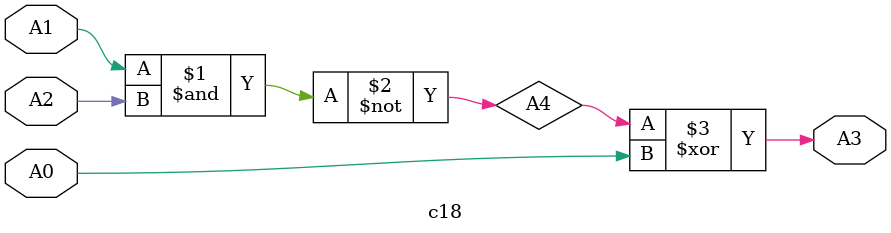
<source format=v>

module c17 (N1,N2,N3,N6,N7,N22,N23);

   input N1,N2,N3,N6,N7;

   output N22,N23;

   wire   N10,N11,N16,N19;

   nand NAND2_1 (N10, N1, N3);
   nand NAND2_2 (N11, N3, N6);
   nand NAND2_3 (N16, N2, N11);
   c18 SUB_0 (N19, N11, N7);
   nand NAND2_5 (N22, N10, N16, N19);
   c18 NAND2_6 (N23, N16, N19, N22);

endmodule

module c18 (A3, A0, A1, A2);
   input A0,A1,A2;
   wire  A4;
   output A3;
   nand NAND2_1 (A4, A1, A2);
   xor XOR2_1 (A3, A4, A0);
endmodule

</source>
